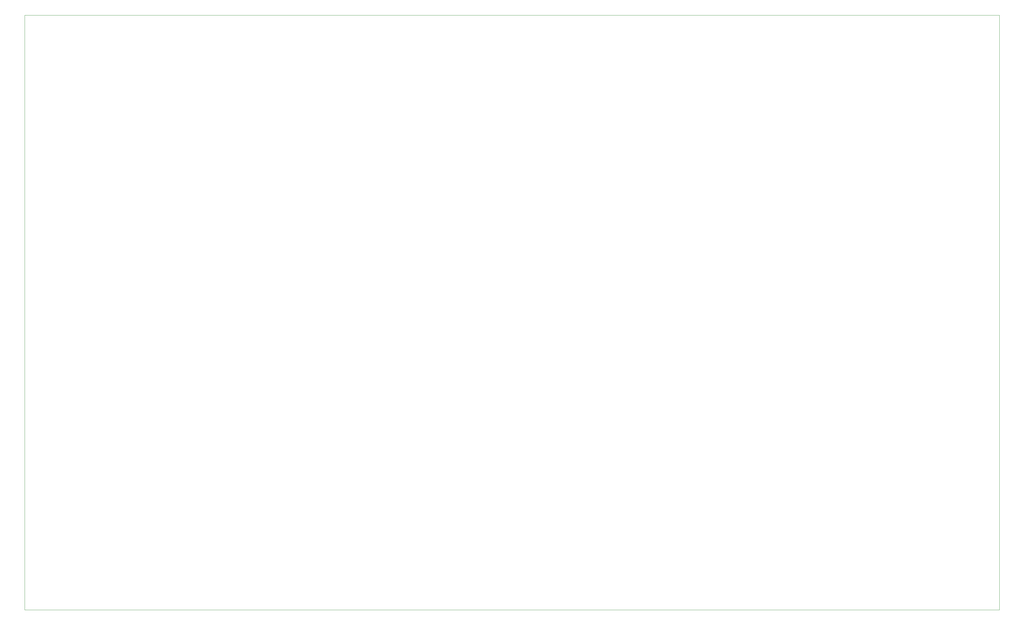
<source format=gbr>
%TF.GenerationSoftware,KiCad,Pcbnew,(7.0.0)*%
%TF.CreationDate,2023-06-26T15:27:43+02:00*%
%TF.ProjectId,Prj_3_Piano,50726a5f-335f-4506-9961-6e6f2e6b6963,v1.0*%
%TF.SameCoordinates,Original*%
%TF.FileFunction,Profile,NP*%
%FSLAX46Y46*%
G04 Gerber Fmt 4.6, Leading zero omitted, Abs format (unit mm)*
G04 Created by KiCad (PCBNEW (7.0.0)) date 2023-06-26 15:27:43*
%MOMM*%
%LPD*%
G01*
G04 APERTURE LIST*
%TA.AperFunction,Profile*%
%ADD10C,0.100000*%
%TD*%
G04 APERTURE END LIST*
D10*
X132000000Y-164000000D02*
X420000000Y-164000000D01*
X420000000Y-164000000D02*
X420000000Y-340000000D01*
X420000000Y-340000000D02*
X132000000Y-340000000D01*
X132000000Y-340000000D02*
X132000000Y-164000000D01*
M02*

</source>
